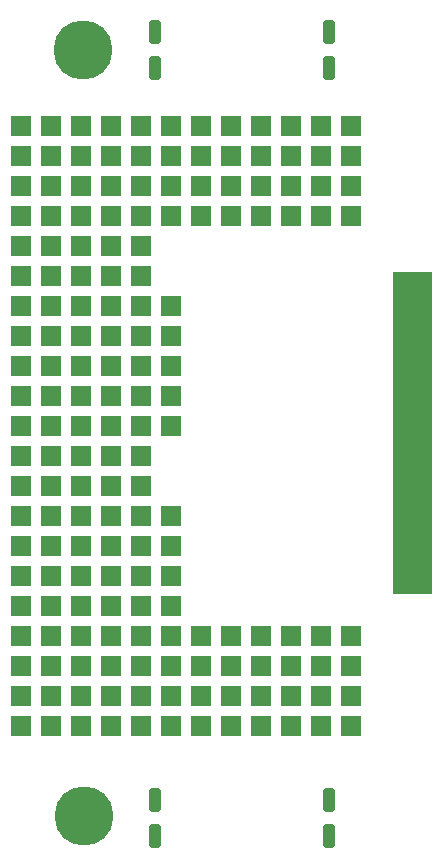
<source format=gbs>
%TF.GenerationSoftware,KiCad,Pcbnew,8.0.4*%
%TF.CreationDate,2025-03-13T20:49:44+01:00*%
%TF.ProjectId,uconsole-expansion-card-template.kicad_pcb_2.54,75636f6e-736f-46c6-952d-657870616e73,0.1*%
%TF.SameCoordinates,Original*%
%TF.FileFunction,Soldermask,Bot*%
%TF.FilePolarity,Negative*%
%FSLAX46Y46*%
G04 Gerber Fmt 4.6, Leading zero omitted, Abs format (unit mm)*
G04 Created by KiCad (PCBNEW 8.0.4) date 2025-03-13 20:49:44*
%MOMM*%
%LPD*%
G01*
G04 APERTURE LIST*
G04 Aperture macros list*
%AMRoundRect*
0 Rectangle with rounded corners*
0 $1 Rounding radius*
0 $2 $3 $4 $5 $6 $7 $8 $9 X,Y pos of 4 corners*
0 Add a 4 corners polygon primitive as box body*
4,1,4,$2,$3,$4,$5,$6,$7,$8,$9,$2,$3,0*
0 Add four circle primitives for the rounded corners*
1,1,$1+$1,$2,$3*
1,1,$1+$1,$4,$5*
1,1,$1+$1,$6,$7*
1,1,$1+$1,$8,$9*
0 Add four rect primitives between the rounded corners*
20,1,$1+$1,$2,$3,$4,$5,0*
20,1,$1+$1,$4,$5,$6,$7,0*
20,1,$1+$1,$6,$7,$8,$9,0*
20,1,$1+$1,$8,$9,$2,$3,0*%
G04 Aperture macros list end*
%ADD10C,0.100000*%
%ADD11R,1.700000X1.700000*%
%ADD12C,5.000000*%
%ADD13R,2.300000X0.600000*%
%ADD14RoundRect,0.250000X0.250000X0.750000X-0.250000X0.750000X-0.250000X-0.750000X0.250000X-0.750000X0*%
G04 APERTURE END LIST*
%TO.C,U1*%
D10*
X115380400Y-86284000D02*
X118530000Y-86284000D01*
X118530000Y-113462000D01*
X115380400Y-113462000D01*
X115380400Y-86284000D01*
G36*
X115380400Y-86284000D02*
G01*
X118530000Y-86284000D01*
X118530000Y-113462000D01*
X115380400Y-113462000D01*
X115380400Y-86284000D01*
G37*
%TD*%
D11*
%TO.C,111*%
X83810000Y-112065000D03*
%TD*%
%TO.C,180*%
X111750000Y-117145000D03*
%TD*%
%TO.C,51*%
X101590000Y-81585000D03*
%TD*%
%TO.C,53*%
X106670000Y-81585000D03*
%TD*%
%TO.C,64*%
X91430000Y-86665000D03*
%TD*%
%TO.C,48*%
X93970000Y-81585000D03*
%TD*%
%TO.C,*%
X83810000Y-73965000D03*
%TD*%
%TO.C,147*%
X96510000Y-109525000D03*
%TD*%
%TO.C,81*%
X83810000Y-96825000D03*
%TD*%
%TO.C,50*%
X99050000Y-81585000D03*
%TD*%
%TO.C,12*%
X93970000Y-73965000D03*
%TD*%
%TO.C,171*%
X106670000Y-119685000D03*
%TD*%
%TO.C,102*%
X86350000Y-106985000D03*
%TD*%
D12*
%TO.C,H1*%
X89128800Y-67488000D03*
%TD*%
D11*
%TO.C,33*%
X86350000Y-79045000D03*
%TD*%
%TO.C,88*%
X88890000Y-99365000D03*
%TD*%
%TO.C,43*%
X111750000Y-79045000D03*
%TD*%
%TO.C,95*%
X93970000Y-101905000D03*
%TD*%
%TO.C,19*%
X111750000Y-73965000D03*
%TD*%
%TO.C,10*%
X88890000Y-73965000D03*
%TD*%
%TO.C,16*%
X104130000Y-73965000D03*
%TD*%
%TO.C,97*%
X86350000Y-104445000D03*
%TD*%
%TO.C,126*%
X83810000Y-119685000D03*
%TD*%
%TO.C,113*%
X88890000Y-112065000D03*
%TD*%
%TO.C,116*%
X83810000Y-114605000D03*
%TD*%
%TO.C,58*%
X88890000Y-84125000D03*
%TD*%
%TO.C,57*%
X86350000Y-84125000D03*
%TD*%
%TO.C,139*%
X91430000Y-124765000D03*
%TD*%
%TO.C,44*%
X83810000Y-81585000D03*
%TD*%
%TO.C,117*%
X86350000Y-114605000D03*
%TD*%
%TO.C,61*%
X83810000Y-86665000D03*
%TD*%
%TO.C,56*%
X83810000Y-84125000D03*
%TD*%
%TO.C,86*%
X83810000Y-99365000D03*
%TD*%
%TO.C,173*%
X106670000Y-124765000D03*
%TD*%
%TO.C,156*%
X99050000Y-119685000D03*
%TD*%
%TO.C,118*%
X88890000Y-114605000D03*
%TD*%
%TO.C,138*%
X88890000Y-124765000D03*
%TD*%
%TO.C,85*%
X93970000Y-96825000D03*
%TD*%
%TO.C,62*%
X86350000Y-86665000D03*
%TD*%
%TO.C,93*%
X88890000Y-101905000D03*
%TD*%
%TO.C,136*%
X83810000Y-124765000D03*
%TD*%
%TO.C,176*%
X109210000Y-119685000D03*
%TD*%
%TO.C,23*%
X91430000Y-76505000D03*
%TD*%
%TO.C,108*%
X88890000Y-109525000D03*
%TD*%
%TO.C,63*%
X88890000Y-86665000D03*
%TD*%
%TO.C,182*%
X111750000Y-122225000D03*
%TD*%
%TO.C,67*%
X86350000Y-89205000D03*
%TD*%
%TO.C,177*%
X109210000Y-122225000D03*
%TD*%
%TO.C,168*%
X104130000Y-124765000D03*
%TD*%
%TO.C,89*%
X91430000Y-99365000D03*
%TD*%
%TO.C,30*%
X109210000Y-76505000D03*
%TD*%
%TO.C,165*%
X104130000Y-117145000D03*
%TD*%
%TO.C,148*%
X96510000Y-112065000D03*
%TD*%
%TO.C,119*%
X91430000Y-114605000D03*
%TD*%
%TO.C,153*%
X96510000Y-124765000D03*
%TD*%
%TO.C,20*%
X83810000Y-76505000D03*
%TD*%
%TO.C,42*%
X109210000Y-79045000D03*
%TD*%
%TO.C,79*%
X91430000Y-94285000D03*
%TD*%
%TO.C,65*%
X93970000Y-86665000D03*
%TD*%
%TO.C,13*%
X96510000Y-73965000D03*
%TD*%
%TO.C,144*%
X96510000Y-91745000D03*
%TD*%
%TO.C,106*%
X83810000Y-109525000D03*
%TD*%
%TO.C,36*%
X93970000Y-79045000D03*
%TD*%
%TO.C,99*%
X91430000Y-104445000D03*
%TD*%
%TO.C,137*%
X86350000Y-124765000D03*
%TD*%
%TO.C,71*%
X83810000Y-91745000D03*
%TD*%
%TO.C,123*%
X88890000Y-117145000D03*
%TD*%
%TO.C,14*%
X99050000Y-73965000D03*
%TD*%
%TO.C,105*%
X93970000Y-106985000D03*
%TD*%
%TO.C,46*%
X88890000Y-81585000D03*
%TD*%
%TO.C,15*%
X101590000Y-73965000D03*
%TD*%
%TO.C,68*%
X88890000Y-89205000D03*
%TD*%
%TO.C,167*%
X104130000Y-122225000D03*
%TD*%
%TO.C,76*%
X83810000Y-94285000D03*
%TD*%
%TO.C,80*%
X93970000Y-94285000D03*
%TD*%
%TO.C,91*%
X83810000Y-101905000D03*
%TD*%
%TO.C,160*%
X101590000Y-117145000D03*
%TD*%
%TO.C,98*%
X88890000Y-104445000D03*
%TD*%
%TO.C,154*%
X96510000Y-96825000D03*
%TD*%
%TO.C,155*%
X99050000Y-117145000D03*
%TD*%
%TO.C,129*%
X91430000Y-119685000D03*
%TD*%
%TO.C,151*%
X96510000Y-119685000D03*
%TD*%
%TO.C,115*%
X93970000Y-112065000D03*
%TD*%
%TO.C,130*%
X93970000Y-119685000D03*
%TD*%
%TO.C,125*%
X93970000Y-117145000D03*
%TD*%
%TO.C,159*%
X96510000Y-99365000D03*
%TD*%
%TO.C,22*%
X88890000Y-76505000D03*
%TD*%
%TO.C,84*%
X91430000Y-96825000D03*
%TD*%
%TO.C,87*%
X86350000Y-99365000D03*
%TD*%
%TO.C,134*%
X91430000Y-122225000D03*
%TD*%
%TO.C,128*%
X88890000Y-119685000D03*
%TD*%
%TO.C,21*%
X86350000Y-76505000D03*
%TD*%
%TO.C,158*%
X99050000Y-124765000D03*
%TD*%
%TO.C,183*%
X111750000Y-124765000D03*
%TD*%
%TO.C,100*%
X93970000Y-104445000D03*
%TD*%
%TO.C,133*%
X88890000Y-122225000D03*
%TD*%
%TO.C,181*%
X111750000Y-119685000D03*
%TD*%
%TO.C,131*%
X83810000Y-122225000D03*
%TD*%
%TO.C,9*%
X86350000Y-73965000D03*
%TD*%
%TO.C,132*%
X86350000Y-122225000D03*
%TD*%
%TO.C,35*%
X91430000Y-79045000D03*
%TD*%
D13*
%TO.C,U1*%
X116485000Y-111380000D03*
X116485000Y-110580000D03*
X116485000Y-109780000D03*
X116485000Y-108980000D03*
X116485000Y-108180000D03*
X116485000Y-107380000D03*
X116485000Y-106580000D03*
X116485000Y-105780000D03*
X116485000Y-101780000D03*
X116485000Y-100980000D03*
X116485000Y-100180000D03*
X116485000Y-99380000D03*
X116485000Y-98580000D03*
X116485000Y-97780000D03*
X116485000Y-96980000D03*
X116485000Y-96180000D03*
X116485000Y-95380000D03*
X116485000Y-94580000D03*
X116485000Y-93780000D03*
X116485000Y-92980000D03*
X116485000Y-92180000D03*
X116485000Y-91380000D03*
X116485000Y-90580000D03*
X116485000Y-89780000D03*
X116485000Y-88980000D03*
X116485000Y-88180000D03*
%TD*%
D11*
%TO.C,55*%
X111750000Y-81585000D03*
%TD*%
D12*
%TO.C,H2*%
X89205000Y-132385000D03*
%TD*%
D11*
%TO.C,127*%
X86350000Y-119685000D03*
%TD*%
%TO.C,78*%
X88890000Y-94285000D03*
%TD*%
%TO.C,59*%
X91430000Y-84125000D03*
%TD*%
%TO.C,40*%
X104130000Y-79045000D03*
%TD*%
%TO.C,54*%
X109210000Y-81585000D03*
%TD*%
%TO.C,25*%
X96510000Y-76505000D03*
%TD*%
%TO.C,24*%
X93970000Y-76505000D03*
%TD*%
%TO.C,28*%
X104130000Y-76505000D03*
%TD*%
%TO.C,109*%
X91430000Y-109525000D03*
%TD*%
%TO.C,152*%
X96510000Y-122225000D03*
%TD*%
%TO.C,92*%
X86350000Y-101905000D03*
%TD*%
%TO.C,11*%
X91430000Y-73965000D03*
%TD*%
%TO.C,77*%
X86350000Y-94285000D03*
%TD*%
%TO.C,114*%
X91430000Y-112065000D03*
%TD*%
%TO.C,94*%
X91430000Y-101905000D03*
%TD*%
%TO.C,143*%
X96510000Y-89205000D03*
%TD*%
%TO.C,170*%
X106670000Y-117145000D03*
%TD*%
%TO.C,66*%
X83810000Y-89205000D03*
%TD*%
%TO.C,175*%
X109210000Y-117145000D03*
%TD*%
%TO.C,178*%
X109210000Y-124765000D03*
%TD*%
%TO.C,90*%
X93970000Y-99365000D03*
%TD*%
%TO.C,32*%
X83810000Y-79045000D03*
%TD*%
%TO.C,107*%
X86350000Y-109525000D03*
%TD*%
%TO.C,83*%
X88890000Y-96825000D03*
%TD*%
%TO.C,112*%
X86350000Y-112065000D03*
%TD*%
%TO.C,146*%
X96510000Y-106985000D03*
%TD*%
%TO.C,122*%
X86350000Y-117145000D03*
%TD*%
%TO.C,166*%
X104130000Y-119685000D03*
%TD*%
%TO.C,49*%
X96510000Y-81585000D03*
%TD*%
%TO.C,38*%
X99050000Y-79045000D03*
%TD*%
%TO.C,124*%
X91430000Y-117145000D03*
%TD*%
%TO.C,162*%
X101590000Y-122225000D03*
%TD*%
%TO.C,145*%
X96510000Y-94285000D03*
%TD*%
%TO.C,110*%
X93970000Y-109525000D03*
%TD*%
%TO.C,140*%
X93970000Y-124765000D03*
%TD*%
%TO.C,82*%
X86350000Y-96825000D03*
%TD*%
%TO.C,73*%
X88890000Y-91745000D03*
%TD*%
%TO.C,74*%
X91430000Y-91745000D03*
%TD*%
%TO.C,101*%
X83810000Y-106985000D03*
%TD*%
%TO.C,75*%
X93970000Y-91745000D03*
%TD*%
%TO.C,34*%
X88890000Y-79045000D03*
%TD*%
%TO.C,41*%
X106670000Y-79045000D03*
%TD*%
%TO.C,135*%
X93970000Y-122225000D03*
%TD*%
%TO.C,157*%
X99050000Y-122225000D03*
%TD*%
%TO.C,96*%
X83810000Y-104445000D03*
%TD*%
%TO.C,26*%
X99050000Y-76505000D03*
%TD*%
%TO.C,52*%
X104130000Y-81585000D03*
%TD*%
%TO.C,161*%
X101590000Y-119685000D03*
%TD*%
%TO.C,47*%
X91430000Y-81585000D03*
%TD*%
%TO.C,69*%
X91430000Y-89205000D03*
%TD*%
%TO.C,31*%
X111750000Y-76505000D03*
%TD*%
%TO.C,150*%
X96510000Y-117145000D03*
%TD*%
%TO.C,149*%
X96510000Y-114605000D03*
%TD*%
%TO.C,27*%
X101590000Y-76505000D03*
%TD*%
%TO.C,45*%
X86350000Y-81585000D03*
%TD*%
%TO.C,70*%
X93970000Y-89205000D03*
%TD*%
%TO.C,60*%
X93970000Y-84125000D03*
%TD*%
%TO.C,39*%
X101590000Y-79045000D03*
%TD*%
%TO.C,37*%
X96510000Y-79045000D03*
%TD*%
%TO.C,121*%
X83810000Y-117145000D03*
%TD*%
%TO.C,18*%
X109210000Y-73965000D03*
%TD*%
%TO.C,104*%
X91430000Y-106985000D03*
%TD*%
%TO.C,72*%
X86350000Y-91745000D03*
%TD*%
%TO.C,163*%
X101590000Y-124765000D03*
%TD*%
%TO.C,29*%
X106670000Y-76505000D03*
%TD*%
%TO.C,172*%
X106670000Y-122225000D03*
%TD*%
%TO.C,103*%
X88890000Y-106985000D03*
%TD*%
%TO.C,17*%
X106670000Y-73965000D03*
%TD*%
%TO.C,120*%
X93970000Y-114605000D03*
%TD*%
D14*
%TO.C,U3*%
X109965000Y-131000000D03*
X109965000Y-134000000D03*
X95195000Y-134000000D03*
X95195000Y-131000000D03*
%TD*%
%TO.C,U2*%
X109965000Y-66000000D03*
X109965000Y-69000000D03*
X95195000Y-69000000D03*
X95195000Y-66000000D03*
%TD*%
M02*

</source>
